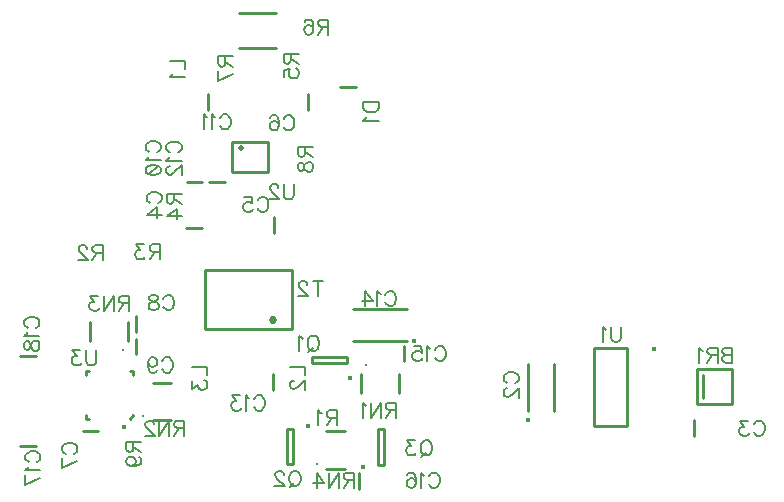
<source format=gbo>
G04 DipTrace 2.4.0.2*
%INlayout____.GBO*%
%MOIN*%
%ADD10C,0.0098*%
%ADD14C,0.0197*%
%ADD15C,0.0118*%
%ADD20C,0.0157*%
%ADD31C,0.0154*%
%ADD39O,0.0267X0.0272*%
%ADD45O,0.0154X0.0162*%
%ADD113C,0.0077*%
%FSLAX44Y44*%
G04*
G70*
G90*
G75*
G01*
%LNBotSilk*%
%LPD*%
X23992Y3061D2*
D10*
X22811D1*
Y4242D1*
X23992D1*
Y3061D1*
X23008Y3258D2*
Y4045D1*
D20*
X17171Y2526D3*
X17172Y2845D2*
D10*
Y4395D1*
X18051Y2845D2*
Y4395D1*
X22705Y2523D2*
Y2012D1*
X5792Y8941D2*
X6303D1*
X8714Y8781D2*
Y9293D1*
X9842Y13391D2*
Y12879D1*
X2838Y2177D2*
X2327D1*
X4122Y5988D2*
Y5477D1*
Y5232D2*
Y4721D1*
X5798Y10471D2*
X6310D1*
X6516Y12879D2*
Y13391D1*
X6548Y10471D2*
X7060D1*
X8679Y3549D2*
Y4060D1*
D20*
X13390Y5165D3*
X13148Y5172D2*
D10*
X11348D1*
X13148Y6230D2*
X11348D1*
X13044Y4500D2*
Y5012D1*
X11555Y760D2*
Y248D1*
X248Y1665D2*
X760D1*
Y4666D2*
X248D1*
X11431Y13632D2*
X10919D1*
D31*
X11238Y3947D3*
X11146Y4449D2*
D10*
X9965D1*
Y4646D1*
X11146D1*
Y4449D1*
D31*
X9848Y2324D3*
X9346Y2232D2*
D10*
Y1051D1*
X9150D1*
Y2232D1*
X9346D1*
D31*
X11664Y951D3*
X12165Y1043D2*
D10*
Y2224D1*
X12362D1*
Y1043D1*
X12165D1*
X7527Y14919D2*
X8786D1*
X7527Y16101D2*
X8786D1*
X11622Y4063D2*
Y3433D1*
X12882Y4063D2*
Y3433D1*
D15*
X11780Y4368D3*
X4661Y2520D2*
D10*
X5291D1*
X4661Y3780D2*
X5291D1*
D15*
X4356Y2677D3*
X3843Y5165D2*
D10*
Y5795D1*
X2583Y5165D2*
Y5795D1*
D15*
X3685Y4860D3*
X10457Y913D2*
D10*
X11087D1*
X10457Y2173D2*
X11087D1*
D15*
X10152Y1071D3*
X9318Y5565D2*
D10*
X6423D1*
Y7517D1*
X9318D1*
Y5565D1*
D39*
X8670Y5858D3*
D31*
X21383Y4915D3*
X20490Y4926D2*
D10*
Y2328D1*
X19388Y4926D2*
Y2328D1*
X20490D2*
X19388D1*
X20490Y4926D2*
X19388D1*
X7325Y10796D2*
X8506D1*
Y11788D1*
X7325D1*
Y10796D1*
D14*
X7620Y11588D3*
X3894Y2574D2*
D10*
X4012Y2692D1*
X2437Y2574D2*
Y2692D1*
Y2574D2*
X2555D1*
X2437Y4150D2*
X2555D1*
X2437D2*
Y4031D1*
X4012Y4150D2*
X3894D1*
X4012D2*
Y4031D1*
D45*
X3715Y2301D3*
X23982Y4943D2*
D113*
Y4440D1*
X23767D1*
X23695Y4465D1*
X23671Y4489D1*
X23647Y4536D1*
Y4608D1*
X23671Y4656D1*
X23695Y4680D1*
X23767Y4704D1*
X23695Y4728D1*
X23671Y4752D1*
X23647Y4799D1*
Y4847D1*
X23671Y4895D1*
X23695Y4919D1*
X23767Y4943D1*
X23982D1*
Y4704D2*
X23767D1*
X23493D2*
X23278D1*
X23206Y4728D1*
X23182Y4752D1*
X23158Y4799D1*
Y4847D1*
X23182Y4895D1*
X23206Y4919D1*
X23278Y4943D1*
X23493D1*
Y4440D1*
X23326Y4704D2*
X23158Y4440D1*
X23004Y4847D2*
X22956Y4871D1*
X22884Y4942D1*
Y4440D1*
X16487Y3763D2*
X16440Y3787D1*
X16391Y3835D1*
X16368Y3883D1*
Y3978D1*
X16391Y4026D1*
X16440Y4074D1*
X16487Y4098D1*
X16559Y4122D1*
X16679D1*
X16750Y4098D1*
X16798Y4074D1*
X16846Y4026D1*
X16870Y3978D1*
Y3883D1*
X16846Y3835D1*
X16798Y3787D1*
X16750Y3763D1*
X16488Y3585D2*
X16464D1*
X16416Y3561D1*
X16392Y3537D1*
X16368Y3489D1*
Y3393D1*
X16392Y3346D1*
X16416Y3322D1*
X16464Y3298D1*
X16511D1*
X16559Y3322D1*
X16631Y3370D1*
X16870Y3609D1*
Y3274D1*
X24707Y2388D2*
X24731Y2436D1*
X24779Y2484D1*
X24826Y2508D1*
X24922D1*
X24970Y2484D1*
X25018Y2436D1*
X25042Y2388D1*
X25066Y2317D1*
Y2197D1*
X25042Y2125D1*
X25018Y2077D1*
X24970Y2030D1*
X24922Y2005D1*
X24826D1*
X24779Y2030D1*
X24731Y2077D1*
X24707Y2125D1*
X24504Y2507D2*
X24242D1*
X24385Y2316D1*
X24313D1*
X24266Y2292D1*
X24242Y2269D1*
X24218Y2197D1*
Y2149D1*
X24242Y2077D1*
X24289Y2029D1*
X24361Y2005D1*
X24433D1*
X24504Y2029D1*
X24528Y2054D1*
X24553Y2101D1*
X4583Y9772D2*
X4535Y9796D1*
X4487Y9844D1*
X4464Y9891D1*
Y9987D1*
X4487Y10035D1*
X4535Y10083D1*
X4583Y10107D1*
X4655Y10131D1*
X4775D1*
X4846Y10107D1*
X4894Y10083D1*
X4942Y10035D1*
X4966Y9987D1*
Y9891D1*
X4942Y9844D1*
X4894Y9796D1*
X4846Y9772D1*
X4966Y9378D2*
X4464D1*
X4799Y9618D1*
Y9259D1*
X8165Y9851D2*
X8189Y9898D1*
X8237Y9946D1*
X8284Y9970D1*
X8380D1*
X8428Y9946D1*
X8475Y9898D1*
X8500Y9851D1*
X8524Y9779D1*
Y9659D1*
X8500Y9587D1*
X8475Y9539D1*
X8428Y9492D1*
X8380Y9468D1*
X8284D1*
X8237Y9492D1*
X8189Y9539D1*
X8165Y9587D1*
X7724Y9969D2*
X7962D1*
X7986Y9754D1*
X7962Y9778D1*
X7891Y9802D1*
X7819D1*
X7747Y9778D1*
X7699Y9731D1*
X7676Y9659D1*
Y9611D1*
X7699Y9539D1*
X7747Y9491D1*
X7819Y9468D1*
X7891D1*
X7962Y9491D1*
X7986Y9516D1*
X8010Y9563D1*
X9029Y12568D2*
X9053Y12615D1*
X9101Y12663D1*
X9149Y12687D1*
X9244D1*
X9292Y12663D1*
X9340Y12615D1*
X9364Y12568D1*
X9388Y12496D1*
Y12376D1*
X9364Y12304D1*
X9340Y12256D1*
X9292Y12209D1*
X9244Y12185D1*
X9149D1*
X9101Y12209D1*
X9053Y12256D1*
X9029Y12304D1*
X8588Y12615D2*
X8612Y12663D1*
X8684Y12686D1*
X8731D1*
X8803Y12663D1*
X8851Y12591D1*
X8875Y12471D1*
Y12352D1*
X8851Y12256D1*
X8803Y12208D1*
X8731Y12185D1*
X8707D1*
X8636Y12208D1*
X8588Y12256D1*
X8564Y12328D1*
Y12352D1*
X8588Y12424D1*
X8636Y12471D1*
X8707Y12495D1*
X8731D1*
X8803Y12471D1*
X8851Y12424D1*
X8875Y12352D1*
X1769Y1408D2*
X1722Y1432D1*
X1673Y1480D1*
X1650Y1527D1*
Y1623D1*
X1673Y1671D1*
X1722Y1719D1*
X1769Y1743D1*
X1841Y1767D1*
X1961D1*
X2032Y1743D1*
X2080Y1719D1*
X2128Y1671D1*
X2152Y1623D1*
Y1527D1*
X2128Y1480D1*
X2080Y1432D1*
X2032Y1408D1*
X2152Y1158D2*
X1650Y919D1*
Y1254D1*
X5022Y6577D2*
X5045Y6625D1*
X5093Y6673D1*
X5141Y6697D1*
X5237D1*
X5285Y6673D1*
X5332Y6625D1*
X5357Y6577D1*
X5380Y6506D1*
Y6386D1*
X5357Y6314D1*
X5332Y6266D1*
X5285Y6219D1*
X5237Y6194D1*
X5141D1*
X5093Y6219D1*
X5045Y6266D1*
X5022Y6314D1*
X4748Y6696D2*
X4819Y6672D1*
X4843Y6625D1*
Y6577D1*
X4819Y6529D1*
X4772Y6505D1*
X4676Y6481D1*
X4604Y6457D1*
X4557Y6409D1*
X4533Y6362D1*
Y6290D1*
X4557Y6242D1*
X4580Y6218D1*
X4652Y6194D1*
X4748D1*
X4819Y6218D1*
X4843Y6242D1*
X4867Y6290D1*
Y6362D1*
X4843Y6409D1*
X4795Y6457D1*
X4724Y6481D1*
X4628Y6505D1*
X4580Y6529D1*
X4557Y6577D1*
Y6625D1*
X4580Y6672D1*
X4652Y6696D1*
X4748D1*
X4979Y4499D2*
X5002Y4546D1*
X5050Y4594D1*
X5098Y4618D1*
X5194D1*
X5242Y4594D1*
X5289Y4546D1*
X5313Y4499D1*
X5337Y4427D1*
Y4307D1*
X5313Y4236D1*
X5289Y4188D1*
X5242Y4140D1*
X5194Y4116D1*
X5098D1*
X5050Y4140D1*
X5002Y4188D1*
X4979Y4236D1*
X4513Y4451D2*
X4537Y4379D1*
X4585Y4331D1*
X4657Y4307D1*
X4680D1*
X4752Y4331D1*
X4800Y4379D1*
X4824Y4451D1*
Y4474D1*
X4800Y4546D1*
X4752Y4594D1*
X4680Y4618D1*
X4657D1*
X4585Y4594D1*
X4537Y4546D1*
X4513Y4451D1*
Y4331D1*
X4537Y4211D1*
X4585Y4139D1*
X4657Y4116D1*
X4704D1*
X4776Y4139D1*
X4800Y4188D1*
X4554Y11465D2*
X4506Y11489D1*
X4458Y11537D1*
X4435Y11585D1*
Y11680D1*
X4458Y11728D1*
X4506Y11776D1*
X4554Y11800D1*
X4626Y11824D1*
X4746D1*
X4817Y11800D1*
X4865Y11776D1*
X4913Y11728D1*
X4937Y11680D1*
Y11585D1*
X4913Y11537D1*
X4865Y11489D1*
X4817Y11465D1*
X4531Y11311D2*
X4506Y11263D1*
X4435Y11191D1*
X4937D1*
X4435Y10893D2*
X4459Y10965D1*
X4531Y11013D1*
X4650Y11036D1*
X4722D1*
X4841Y11013D1*
X4913Y10965D1*
X4937Y10893D1*
Y10845D1*
X4913Y10773D1*
X4841Y10726D1*
X4722Y10702D1*
X4650D1*
X4531Y10726D1*
X4459Y10773D1*
X4435Y10845D1*
Y10893D1*
X4531Y10726D2*
X4841Y11013D1*
X6909Y12601D2*
X6933Y12649D1*
X6981Y12697D1*
X7029Y12720D1*
X7124D1*
X7172Y12697D1*
X7220Y12649D1*
X7244Y12601D1*
X7268Y12529D1*
Y12409D1*
X7244Y12338D1*
X7220Y12290D1*
X7172Y12242D1*
X7124Y12218D1*
X7029D1*
X6981Y12242D1*
X6933Y12290D1*
X6909Y12338D1*
X6755Y12624D2*
X6707Y12649D1*
X6635Y12720D1*
Y12218D1*
X6481Y12624D2*
X6433Y12649D1*
X6361Y12720D1*
Y12218D1*
X5245Y11456D2*
X5197Y11480D1*
X5149Y11528D1*
X5126Y11575D1*
Y11671D1*
X5149Y11719D1*
X5197Y11766D1*
X5245Y11791D1*
X5317Y11815D1*
X5437D1*
X5508Y11791D1*
X5556Y11766D1*
X5604Y11719D1*
X5628Y11671D1*
Y11575D1*
X5604Y11528D1*
X5556Y11480D1*
X5508Y11456D1*
X5222Y11301D2*
X5197Y11253D1*
X5126Y11181D1*
X5628D1*
X5245Y11003D2*
X5222D1*
X5174Y10979D1*
X5150Y10955D1*
X5126Y10907D1*
Y10812D1*
X5150Y10764D1*
X5174Y10740D1*
X5222Y10716D1*
X5269D1*
X5317Y10740D1*
X5389Y10788D1*
X5628Y11027D1*
Y10692D1*
X8047Y3232D2*
X8070Y3280D1*
X8118Y3328D1*
X8166Y3352D1*
X8262D1*
X8310Y3328D1*
X8357Y3280D1*
X8382Y3232D1*
X8405Y3161D1*
Y3041D1*
X8382Y2969D1*
X8357Y2921D1*
X8310Y2874D1*
X8262Y2849D1*
X8166D1*
X8118Y2874D1*
X8070Y2921D1*
X8047Y2969D1*
X7892Y3256D2*
X7844Y3280D1*
X7772Y3351D1*
Y2849D1*
X7570Y3351D2*
X7307D1*
X7450Y3160D1*
X7379D1*
X7331Y3136D1*
X7307Y3112D1*
X7283Y3041D1*
Y2993D1*
X7307Y2921D1*
X7355Y2873D1*
X7427Y2849D1*
X7498D1*
X7570Y2873D1*
X7594Y2897D1*
X7618Y2945D1*
X12424Y6716D2*
X12447Y6764D1*
X12495Y6812D1*
X12543Y6836D1*
X12639D1*
X12687Y6812D1*
X12734Y6764D1*
X12758Y6716D1*
X12782Y6645D1*
Y6525D1*
X12758Y6453D1*
X12734Y6405D1*
X12687Y6358D1*
X12639Y6333D1*
X12543D1*
X12495Y6358D1*
X12447Y6405D1*
X12424Y6453D1*
X12269Y6740D2*
X12221Y6764D1*
X12149Y6835D1*
Y6333D1*
X11755D2*
Y6835D1*
X11995Y6501D1*
X11636D1*
X14081Y4877D2*
X14104Y4924D1*
X14152Y4972D1*
X14200Y4996D1*
X14296D1*
X14344Y4972D1*
X14391Y4924D1*
X14415Y4877D1*
X14439Y4805D1*
Y4685D1*
X14415Y4614D1*
X14391Y4565D1*
X14344Y4518D1*
X14296Y4494D1*
X14200D1*
X14152Y4518D1*
X14104Y4565D1*
X14081Y4614D1*
X13926Y4900D2*
X13878Y4924D1*
X13806Y4995D1*
Y4494D1*
X13365Y4995D2*
X13604D1*
X13627Y4780D1*
X13604Y4804D1*
X13532Y4829D1*
X13461D1*
X13389Y4804D1*
X13341Y4757D1*
X13317Y4685D1*
Y4637D1*
X13341Y4565D1*
X13389Y4517D1*
X13461Y4494D1*
X13532D1*
X13604Y4517D1*
X13627Y4542D1*
X13652Y4589D1*
X13871Y656D2*
X13895Y704D1*
X13943Y752D1*
X13991Y776D1*
X14086D1*
X14134Y752D1*
X14182Y704D1*
X14206Y656D1*
X14230Y584D1*
Y464D1*
X14206Y393D1*
X14182Y345D1*
X14134Y297D1*
X14086Y273D1*
X13991D1*
X13943Y297D1*
X13895Y345D1*
X13871Y393D1*
X13717Y679D2*
X13669Y704D1*
X13597Y775D1*
Y273D1*
X13156Y704D2*
X13180Y751D1*
X13251Y775D1*
X13299D1*
X13371Y751D1*
X13419Y679D1*
X13443Y560D1*
Y441D1*
X13419Y345D1*
X13371Y297D1*
X13299Y273D1*
X13275D1*
X13204Y297D1*
X13156Y345D1*
X13132Y417D1*
Y441D1*
X13156Y512D1*
X13204Y560D1*
X13275Y584D1*
X13299D1*
X13371Y560D1*
X13419Y512D1*
X13443Y441D1*
X541Y1128D2*
X493Y1151D1*
X445Y1199D1*
X421Y1247D1*
Y1343D1*
X445Y1391D1*
X493Y1438D1*
X541Y1463D1*
X613Y1486D1*
X732D1*
X804Y1463D1*
X852Y1438D1*
X899Y1391D1*
X924Y1343D1*
Y1247D1*
X899Y1199D1*
X852Y1151D1*
X804Y1128D1*
X517Y973D2*
X493Y925D1*
X422Y853D1*
X924D1*
Y603D2*
X422Y364D1*
Y699D1*
X509Y5608D2*
X462Y5632D1*
X414Y5680D1*
X390Y5727D1*
Y5823D1*
X414Y5871D1*
X462Y5918D1*
X509Y5943D1*
X581Y5967D1*
X701D1*
X772Y5943D1*
X820Y5918D1*
X868Y5871D1*
X892Y5823D1*
Y5727D1*
X868Y5680D1*
X820Y5632D1*
X772Y5608D1*
X486Y5453D2*
X462Y5405D1*
X390Y5333D1*
X892D1*
X390Y5060D2*
X414Y5131D1*
X462Y5155D1*
X510D1*
X557Y5131D1*
X582Y5083D1*
X605Y4988D1*
X629Y4916D1*
X677Y4868D1*
X725Y4845D1*
X797D1*
X844Y4868D1*
X868Y4892D1*
X892Y4964D1*
Y5060D1*
X868Y5131D1*
X844Y5155D1*
X797Y5179D1*
X725D1*
X677Y5155D1*
X629Y5107D1*
X605Y5036D1*
X582Y4940D1*
X557Y4892D1*
X510Y4868D1*
X462D1*
X414Y4892D1*
X390Y4964D1*
Y5060D1*
X11691Y13122D2*
X12193D1*
Y12954D1*
X12169Y12883D1*
X12122Y12835D1*
X12073Y12811D1*
X12002Y12787D1*
X11882D1*
X11810Y12811D1*
X11763Y12835D1*
X11715Y12883D1*
X11691Y12954D1*
Y13122D1*
X11787Y12633D2*
X11763Y12585D1*
X11692Y12513D1*
X12193D1*
X5245Y14515D2*
X5748D1*
Y14228D1*
X5341Y14074D2*
X5317Y14026D1*
X5246Y13954D1*
X5748D1*
X9240Y4312D2*
X9742D1*
Y4025D1*
X9360Y3846D2*
X9336D1*
X9288Y3822D1*
X9264Y3799D1*
X9240Y3751D1*
Y3655D1*
X9264Y3607D1*
X9288Y3584D1*
X9336Y3559D1*
X9383D1*
X9431Y3584D1*
X9503Y3631D1*
X9742Y3871D1*
Y3536D1*
X5981Y4312D2*
X6484D1*
Y4025D1*
X5982Y3822D2*
Y3560D1*
X6173Y3703D1*
Y3631D1*
X6197Y3584D1*
X6221Y3560D1*
X6293Y3536D1*
X6340D1*
X6412Y3560D1*
X6460Y3607D1*
X6484Y3679D1*
Y3751D1*
X6460Y3822D1*
X6436Y3846D1*
X6388Y3871D1*
X10069Y5340D2*
X10116Y5317D1*
X10164Y5269D1*
X10188Y5221D1*
X10212Y5149D1*
Y5030D1*
X10188Y4958D1*
X10164Y4911D1*
X10116Y4862D1*
X10069Y4839D1*
X9973D1*
X9925Y4862D1*
X9877Y4911D1*
X9854Y4958D1*
X9829Y5030D1*
Y5149D1*
X9854Y5221D1*
X9877Y5269D1*
X9925Y5317D1*
X9973Y5340D1*
X10069D1*
X9997Y4934D2*
X9854Y4791D1*
X9675Y5244D2*
X9627Y5269D1*
X9555Y5340D1*
Y4838D1*
X9455Y834D2*
X9502Y811D1*
X9550Y763D1*
X9574Y715D1*
X9598Y643D1*
Y524D1*
X9574Y452D1*
X9550Y404D1*
X9502Y356D1*
X9455Y332D1*
X9359D1*
X9311Y356D1*
X9264Y404D1*
X9240Y452D1*
X9215Y524D1*
Y643D1*
X9240Y715D1*
X9264Y763D1*
X9311Y811D1*
X9359Y834D1*
X9455D1*
X9383Y428D2*
X9240Y284D1*
X9037Y714D2*
Y738D1*
X9013Y786D1*
X8989Y810D1*
X8941Y834D1*
X8846D1*
X8798Y810D1*
X8774Y786D1*
X8750Y738D1*
Y691D1*
X8774Y642D1*
X8822Y571D1*
X9061Y332D1*
X8726D1*
X13839Y1854D2*
X13886Y1831D1*
X13934Y1783D1*
X13958Y1735D1*
X13983Y1663D1*
Y1544D1*
X13958Y1472D1*
X13934Y1424D1*
X13886Y1376D1*
X13839Y1352D1*
X13743D1*
X13695Y1376D1*
X13648Y1424D1*
X13624Y1472D1*
X13600Y1544D1*
Y1663D1*
X13624Y1735D1*
X13648Y1783D1*
X13695Y1831D1*
X13743Y1854D1*
X13839D1*
X13767Y1448D2*
X13624Y1304D1*
X13397Y1854D2*
X13135D1*
X13278Y1662D1*
X13206D1*
X13158Y1639D1*
X13135Y1615D1*
X13110Y1543D1*
Y1496D1*
X13135Y1424D1*
X13182Y1376D1*
X13254Y1352D1*
X13326D1*
X13397Y1376D1*
X13421Y1400D1*
X13445Y1447D1*
X10797Y2615D2*
X10582D1*
X10510Y2639D1*
X10486Y2663D1*
X10462Y2711D1*
Y2759D1*
X10486Y2806D1*
X10510Y2831D1*
X10582Y2854D1*
X10797D1*
Y2352D1*
X10629Y2615D2*
X10462Y2352D1*
X10307Y2758D2*
X10259Y2782D1*
X10187Y2854D1*
Y2352D1*
X2994Y8116D2*
X2779D1*
X2707Y8141D1*
X2683Y8165D1*
X2659Y8212D1*
Y8260D1*
X2683Y8308D1*
X2707Y8332D1*
X2779Y8356D1*
X2994D1*
Y7853D1*
X2826Y8116D2*
X2659Y7853D1*
X2480Y8236D2*
Y8260D1*
X2456Y8308D1*
X2433Y8331D1*
X2385Y8355D1*
X2289D1*
X2241Y8331D1*
X2218Y8308D1*
X2193Y8260D1*
Y8212D1*
X2218Y8164D1*
X2265Y8093D1*
X2504Y7853D1*
X2170D1*
X4901Y8147D2*
X4686D1*
X4614Y8171D1*
X4590Y8195D1*
X4566Y8243D1*
Y8291D1*
X4590Y8338D1*
X4614Y8362D1*
X4686Y8386D1*
X4901D1*
Y7884D1*
X4734Y8147D2*
X4566Y7884D1*
X4364Y8386D2*
X4101D1*
X4245Y8194D1*
X4173D1*
X4125Y8171D1*
X4101Y8147D1*
X4077Y8075D1*
Y8028D1*
X4101Y7956D1*
X4149Y7908D1*
X4221Y7884D1*
X4293D1*
X4364Y7908D1*
X4388Y7932D1*
X4412Y7979D1*
X5374Y10072D2*
Y9857D1*
X5350Y9785D1*
X5326Y9760D1*
X5279Y9737D1*
X5231D1*
X5183Y9760D1*
X5159Y9785D1*
X5135Y9857D1*
Y10072D1*
X5637D1*
X5374Y9904D2*
X5637Y9737D1*
Y9343D2*
X5135D1*
X5470Y9582D1*
Y9224D1*
X9270Y14745D2*
Y14530D1*
X9246Y14458D1*
X9222Y14434D1*
X9175Y14410D1*
X9127D1*
X9079Y14434D1*
X9055Y14458D1*
X9031Y14530D1*
Y14745D1*
X9533D1*
X9270Y14578D2*
X9533Y14410D1*
X9032Y13969D2*
Y14208D1*
X9247Y14232D1*
X9223Y14208D1*
X9199Y14136D1*
Y14065D1*
X9223Y13993D1*
X9270Y13945D1*
X9342Y13921D1*
X9390D1*
X9462Y13945D1*
X9510Y13993D1*
X9533Y14065D1*
Y14136D1*
X9510Y14208D1*
X9485Y14232D1*
X9438Y14256D1*
X10508Y15644D2*
X10293D1*
X10221Y15668D1*
X10197Y15692D1*
X10173Y15739D1*
Y15787D1*
X10197Y15835D1*
X10221Y15859D1*
X10293Y15883D1*
X10508D1*
Y15380D1*
X10341Y15644D2*
X10173Y15380D1*
X9732Y15811D2*
X9756Y15859D1*
X9828Y15882D1*
X9875D1*
X9947Y15859D1*
X9995Y15787D1*
X10019Y15667D1*
Y15548D1*
X9995Y15452D1*
X9947Y15404D1*
X9875Y15380D1*
X9851D1*
X9780Y15404D1*
X9732Y15452D1*
X9708Y15524D1*
Y15548D1*
X9732Y15620D1*
X9780Y15667D1*
X9851Y15691D1*
X9875D1*
X9947Y15667D1*
X9995Y15620D1*
X10019Y15548D1*
X7084Y14650D2*
Y14435D1*
X7060Y14363D1*
X7036Y14339D1*
X6989Y14315D1*
X6941D1*
X6893Y14339D1*
X6869Y14363D1*
X6845Y14435D1*
Y14650D1*
X7347D1*
X7084Y14483D2*
X7347Y14315D1*
Y14065D2*
X6846Y13826D1*
Y14161D1*
X9750Y11628D2*
Y11413D1*
X9726Y11342D1*
X9702Y11317D1*
X9655Y11293D1*
X9606D1*
X9559Y11317D1*
X9535Y11342D1*
X9511Y11413D1*
Y11628D1*
X10013D1*
X9750Y11461D2*
X10013Y11293D1*
X9511Y11020D2*
X9535Y11091D1*
X9583Y11115D1*
X9631D1*
X9678Y11091D1*
X9703Y11043D1*
X9726Y10948D1*
X9750Y10876D1*
X9798Y10828D1*
X9846Y10805D1*
X9918D1*
X9965Y10828D1*
X9990Y10852D1*
X10013Y10924D1*
Y11020D1*
X9990Y11091D1*
X9965Y11115D1*
X9918Y11139D1*
X9846D1*
X9798Y11115D1*
X9750Y11067D1*
X9726Y10996D1*
X9703Y10900D1*
X9678Y10852D1*
X9631Y10828D1*
X9583D1*
X9535Y10852D1*
X9511Y10924D1*
Y11020D1*
X4021Y1798D2*
Y1583D1*
X3997Y1511D1*
X3973Y1487D1*
X3925Y1463D1*
X3877D1*
X3830Y1487D1*
X3805Y1511D1*
X3782Y1583D1*
Y1798D1*
X4284D1*
X4021Y1630D2*
X4284Y1463D1*
X3949Y997D2*
X4021Y1022D1*
X4069Y1069D1*
X4093Y1141D1*
Y1165D1*
X4069Y1237D1*
X4021Y1284D1*
X3949Y1309D1*
X3925D1*
X3853Y1284D1*
X3806Y1237D1*
X3782Y1165D1*
Y1141D1*
X3806Y1069D1*
X3853Y1022D1*
X3949Y997D1*
X4069D1*
X4188Y1022D1*
X4260Y1069D1*
X4284Y1141D1*
Y1189D1*
X4260Y1260D1*
X4212Y1284D1*
X12770Y2873D2*
X12555D1*
X12483Y2897D1*
X12459Y2921D1*
X12435Y2968D1*
Y3017D1*
X12459Y3064D1*
X12483Y3088D1*
X12555Y3112D1*
X12770D1*
Y2610D1*
X12602Y2873D2*
X12435Y2610D1*
X11946Y3112D2*
Y2610D1*
X12280Y3112D1*
Y2610D1*
X11791Y3016D2*
X11743Y3040D1*
X11671Y3112D1*
Y2610D1*
X5712Y2268D2*
X5497D1*
X5425Y2293D1*
X5401Y2316D1*
X5377Y2364D1*
Y2412D1*
X5401Y2459D1*
X5425Y2484D1*
X5497Y2508D1*
X5712D1*
Y2005D1*
X5544Y2268D2*
X5377Y2005D1*
X4888Y2508D2*
Y2005D1*
X5223Y2508D1*
Y2005D1*
X4709Y2388D2*
Y2411D1*
X4685Y2459D1*
X4661Y2483D1*
X4613Y2507D1*
X4518D1*
X4470Y2483D1*
X4446Y2459D1*
X4422Y2411D1*
Y2364D1*
X4446Y2316D1*
X4494Y2244D1*
X4733Y2005D1*
X4398D1*
X3869Y6433D2*
X3654D1*
X3583Y6457D1*
X3558Y6481D1*
X3534Y6528D1*
Y6577D1*
X3558Y6624D1*
X3583Y6648D1*
X3654Y6672D1*
X3869D1*
Y6170D1*
X3702Y6433D2*
X3534Y6170D1*
X3045Y6672D2*
Y6170D1*
X3380Y6672D1*
Y6170D1*
X2843Y6672D2*
X2580D1*
X2723Y6480D1*
X2651D1*
X2604Y6457D1*
X2580Y6433D1*
X2556Y6361D1*
Y6313D1*
X2580Y6242D1*
X2628Y6194D1*
X2700Y6170D1*
X2771D1*
X2843Y6194D1*
X2866Y6218D1*
X2891Y6265D1*
X11362Y536D2*
X11147D1*
X11075Y560D1*
X11050Y584D1*
X11027Y632D1*
Y680D1*
X11050Y727D1*
X11075Y752D1*
X11147Y775D1*
X11362D1*
Y273D1*
X11194Y536D2*
X11027Y273D1*
X10537Y775D2*
Y273D1*
X10872Y775D1*
Y273D1*
X10144D2*
Y775D1*
X10383Y440D1*
X10024D1*
X10166Y7153D2*
Y6651D1*
X10333Y7153D2*
X9998D1*
X9820Y7033D2*
Y7057D1*
X9796Y7105D1*
X9772Y7129D1*
X9724Y7152D1*
X9628D1*
X9581Y7129D1*
X9557Y7105D1*
X9533Y7057D1*
Y7009D1*
X9557Y6961D1*
X9605Y6890D1*
X9844Y6651D1*
X9509D1*
X20275Y5631D2*
Y5272D1*
X20251Y5200D1*
X20203Y5152D1*
X20131Y5128D1*
X20084D1*
X20012Y5152D1*
X19964Y5200D1*
X19940Y5272D1*
Y5631D1*
X19786Y5534D2*
X19738Y5559D1*
X19666Y5630D1*
Y5128D1*
X9370Y10387D2*
Y10029D1*
X9346Y9957D1*
X9298Y9909D1*
X9226Y9885D1*
X9179D1*
X9107Y9909D1*
X9059Y9957D1*
X9035Y10029D1*
Y10387D1*
X8856Y10267D2*
Y10291D1*
X8832Y10339D1*
X8809Y10363D1*
X8761Y10387D1*
X8665D1*
X8617Y10363D1*
X8594Y10339D1*
X8569Y10291D1*
Y10244D1*
X8594Y10195D1*
X8641Y10124D1*
X8880Y9885D1*
X8546D1*
X2786Y4852D2*
Y4494D1*
X2762Y4422D1*
X2714Y4374D1*
X2642Y4350D1*
X2595D1*
X2523Y4374D1*
X2475Y4422D1*
X2451Y4494D1*
Y4852D1*
X2249D2*
X1986D1*
X2129Y4661D1*
X2058D1*
X2010Y4637D1*
X1986Y4613D1*
X1962Y4541D1*
Y4494D1*
X1986Y4422D1*
X2034Y4374D1*
X2106Y4350D1*
X2177D1*
X2249Y4374D1*
X2273Y4398D1*
X2297Y4446D1*
M02*

</source>
